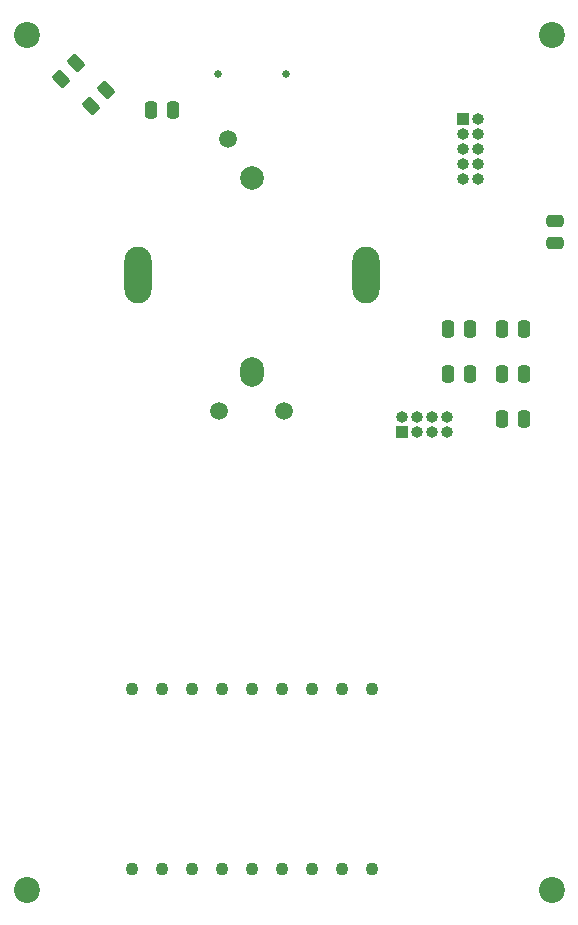
<source format=gbs>
%TF.GenerationSoftware,KiCad,Pcbnew,(6.0.2)*%
%TF.CreationDate,2022-04-01T16:02:15+02:00*%
%TF.ProjectId,rotarykeyboard,726f7461-7279-46b6-9579-626f6172642e,rev?*%
%TF.SameCoordinates,Original*%
%TF.FileFunction,Soldermask,Bot*%
%TF.FilePolarity,Negative*%
%FSLAX46Y46*%
G04 Gerber Fmt 4.6, Leading zero omitted, Abs format (unit mm)*
G04 Created by KiCad (PCBNEW (6.0.2)) date 2022-04-01 16:02:15*
%MOMM*%
%LPD*%
G01*
G04 APERTURE LIST*
G04 Aperture macros list*
%AMRoundRect*
0 Rectangle with rounded corners*
0 $1 Rounding radius*
0 $2 $3 $4 $5 $6 $7 $8 $9 X,Y pos of 4 corners*
0 Add a 4 corners polygon primitive as box body*
4,1,4,$2,$3,$4,$5,$6,$7,$8,$9,$2,$3,0*
0 Add four circle primitives for the rounded corners*
1,1,$1+$1,$2,$3*
1,1,$1+$1,$4,$5*
1,1,$1+$1,$6,$7*
1,1,$1+$1,$8,$9*
0 Add four rect primitives between the rounded corners*
20,1,$1+$1,$2,$3,$4,$5,0*
20,1,$1+$1,$4,$5,$6,$7,0*
20,1,$1+$1,$6,$7,$8,$9,0*
20,1,$1+$1,$8,$9,$2,$3,0*%
G04 Aperture macros list end*
%ADD10C,0.660400*%
%ADD11C,2.200000*%
%ADD12C,2.000000*%
%ADD13O,2.300000X4.800000*%
%ADD14O,2.000000X2.500000*%
%ADD15C,1.500000*%
%ADD16R,1.000000X1.000000*%
%ADD17O,1.000000X1.000000*%
%ADD18C,1.100000*%
%ADD19RoundRect,0.250000X0.132583X-0.503814X0.503814X-0.132583X-0.132583X0.503814X-0.503814X0.132583X0*%
%ADD20RoundRect,0.250000X-0.250000X-0.475000X0.250000X-0.475000X0.250000X0.475000X-0.250000X0.475000X0*%
%ADD21RoundRect,0.250000X0.250000X0.475000X-0.250000X0.475000X-0.250000X-0.475000X0.250000X-0.475000X0*%
%ADD22RoundRect,0.250000X0.475000X-0.250000X0.475000X0.250000X-0.475000X0.250000X-0.475000X-0.250000X0*%
G04 APERTURE END LIST*
D10*
%TO.C,J301*%
X84170001Y-43943800D03*
X78389999Y-43943800D03*
%TD*%
D11*
%TO.C,REF\u002A\u002A*%
X106680000Y-40640000D03*
%TD*%
D12*
%TO.C,SW101*%
X81280000Y-52760000D03*
D13*
X71630000Y-60960000D03*
X90930000Y-60960000D03*
D14*
X81280000Y-69160000D03*
D15*
X79280000Y-49460000D03*
X84030000Y-72460000D03*
X78530000Y-72460000D03*
%TD*%
D16*
%TO.C,J102*%
X99197000Y-47742000D03*
D17*
X100467000Y-47742000D03*
X99197000Y-49012000D03*
X100467000Y-49012000D03*
X99197000Y-50282000D03*
X100467000Y-50282000D03*
X99197000Y-51552000D03*
X100467000Y-51552000D03*
X99197000Y-52822000D03*
X100467000Y-52822000D03*
%TD*%
D18*
%TO.C,U202*%
X71120000Y-111252000D03*
X73660000Y-111252000D03*
X76200000Y-111252000D03*
X78740000Y-111252000D03*
X81280000Y-111252000D03*
X83820000Y-111252000D03*
X86360000Y-111252000D03*
X88900000Y-111252000D03*
X91440000Y-111252000D03*
X91440000Y-96012000D03*
X88900000Y-96012000D03*
X86360000Y-96012000D03*
X83820000Y-96012000D03*
X81280000Y-96012000D03*
X78740000Y-96012000D03*
X76200000Y-96012000D03*
X73660000Y-96012000D03*
X71120000Y-96012000D03*
%TD*%
D11*
%TO.C,REF\u002A\u002A*%
X106680000Y-113030000D03*
%TD*%
%TO.C,REF\u002A\u002A*%
X62230000Y-40640000D03*
%TD*%
D16*
%TO.C,J101*%
X93980000Y-74285000D03*
D17*
X93980000Y-73015000D03*
X95250000Y-74285000D03*
X95250000Y-73015000D03*
X96520000Y-74285000D03*
X96520000Y-73015000D03*
X97790000Y-74285000D03*
X97790000Y-73015000D03*
%TD*%
D11*
%TO.C,REF\u002A\u002A*%
X62230000Y-113030000D03*
%TD*%
D19*
%TO.C,R302*%
X65140765Y-44333235D03*
X66431235Y-43042765D03*
%TD*%
%TO.C,R303*%
X67680765Y-46619235D03*
X68971235Y-45328765D03*
%TD*%
D20*
%TO.C,C302*%
X72710000Y-46990000D03*
X74610000Y-46990000D03*
%TD*%
D21*
%TO.C,C105*%
X104328000Y-73152000D03*
X102428000Y-73152000D03*
%TD*%
D20*
%TO.C,C104*%
X97856000Y-69342000D03*
X99756000Y-69342000D03*
%TD*%
D21*
%TO.C,C101*%
X104328000Y-65532000D03*
X102428000Y-65532000D03*
%TD*%
%TO.C,C102*%
X104328000Y-69342000D03*
X102428000Y-69342000D03*
%TD*%
D22*
%TO.C,C109*%
X106934000Y-58288000D03*
X106934000Y-56388000D03*
%TD*%
D20*
%TO.C,C103*%
X97856000Y-65532000D03*
X99756000Y-65532000D03*
%TD*%
M02*

</source>
